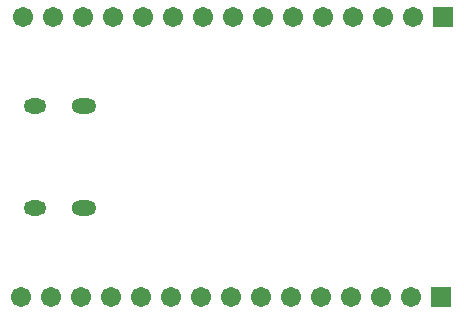
<source format=gbs>
8ebc24da6004435dabba0e82d969f979G04 Layer: TopLayer*
G04 EasyEDA v6.5.9, 2022-08-01 21:18:00*
G04 ac5e******************************************aa,10*
G04 Gerber Generator version 0.2*
G04 Scale: 100 percent, Rotated: No, Reflected: No *
G04 Dimensions in millimeters *
G04 leading zeros omitted , absolute positions ,4 integer and 5 decimal *
G04*
G04 #@! TF.GenerationSoftware,Altium Limited,Altium Designer,20.2.6 (244)*
G04*
G04 Layer_Color=16711935*
%FSLAX25Y25*%
%MOIN*%
G70*
G04*
G04 #@! TF.SameCoordinates,E92D7ACF-12C1-4AFD-9B23-B2C13CE480F4*
G04*
G04*
G04 #@! TF.FilePolarity,Negative*
G04*
G01*
G75*
%ADD53C,0.06706*%
%ADD54R,0.06706X0.06706*%
%ADD55O,0.07487X0.05124*%
%ADD56O,0.08274X0.05124*%
D53*
X346000Y342500D02*
D03*
X356000D02*
D03*
X366000D02*
D03*
X376000D02*
D03*
X386000D02*
D03*
X396000D02*
D03*
X406000D02*
D03*
X416000D02*
D03*
X426000D02*
D03*
X436000D02*
D03*
X446000D02*
D03*
X456000D02*
D03*
X466000D02*
D03*
X476000D02*
D03*
X345500Y249000D02*
D03*
X355500D02*
D03*
X365500D02*
D03*
X375500D02*
D03*
X385500D02*
D03*
X395500D02*
D03*
X405500D02*
D03*
X415500D02*
D03*
X425500D02*
D03*
X435500D02*
D03*
X445500D02*
D03*
X455500D02*
D03*
X465500D02*
D03*
X475500D02*
D03*
D54*
X486000Y342500D02*
D03*
X485500Y249000D02*
D03*
D55*
X349992Y312708D02*
D03*
Y278692D02*
D03*
D56*
X366449D02*
D03*
Y312708D02*
D03*
M02*

</source>
